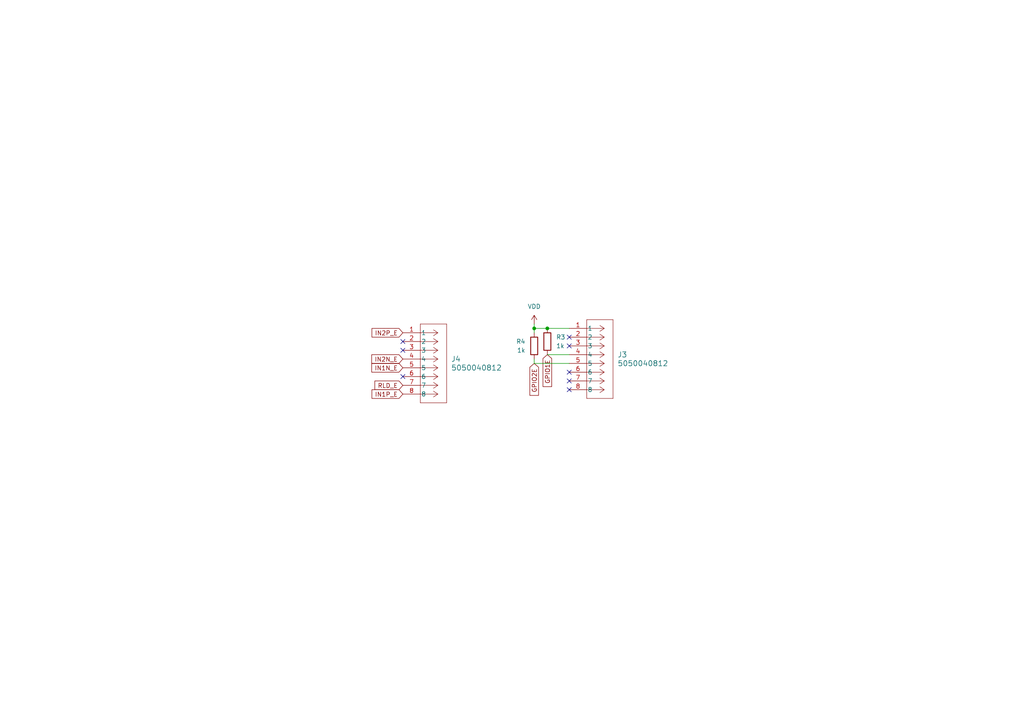
<source format=kicad_sch>
(kicad_sch (version 20231120) (generator "eeschema") (generator_version "8.0")
  (paper "A4")
  (lib_symbols
    (symbol "2024-10-14_19-37-08:5050040812" (pin_names (offset 0.254))
      (property "Reference" "J" (at 8.89 6.35 0))
      (property "Value" "5050040812" (at 0 0 0))
      (symbol "5050040812_1_1"
        (polyline (pts (xy 5.08 -20.32) (xy 12.7 -20.32)) (stroke (width 0.127)))
        (polyline (pts (xy 5.08 2.54) (xy 5.08 -20.32)) (stroke (width 0.127)))
        (polyline (pts (xy 10.16 -17.78) (xy 5.08 -17.78)) (stroke (width 0.127)))
        (polyline (pts (xy 10.16 -17.78) (xy 8.89 -18.6267)) (stroke (width 0.127)))
        (polyline (pts (xy 10.16 -17.78) (xy 8.89 -16.9333)) (stroke (width 0.127)))
        (polyline (pts (xy 10.16 -15.24) (xy 5.08 -15.24)) (stroke (width 0.127)))
        (polyline (pts (xy 10.16 -15.24) (xy 8.89 -16.0867)) (stroke (width 0.127)))
        (polyline (pts (xy 10.16 -15.24) (xy 8.89 -14.3933)) (stroke (width 0.127)))
        (polyline (pts (xy 10.16 -12.7) (xy 5.08 -12.7)) (stroke (width 0.127)))
        (polyline (pts (xy 10.16 -12.7) (xy 8.89 -13.5467)) (stroke (width 0.127)))
        (polyline (pts (xy 10.16 -12.7) (xy 8.89 -11.8533)) (stroke (width 0.127)))
        (polyline (pts (xy 10.16 -10.16) (xy 5.08 -10.16)) (stroke (width 0.127)))
        (polyline (pts (xy 10.16 -10.16) (xy 8.89 -11.0067)) (stroke (width 0.127)))
        (polyline (pts (xy 10.16 -10.16) (xy 8.89 -9.3133)) (stroke (width 0.127)))
        (polyline (pts (xy 10.16 -7.62) (xy 5.08 -7.62)) (stroke (width 0.127)))
        (polyline (pts (xy 10.16 -7.62) (xy 8.89 -8.4667)) (stroke (width 0.127)))
        (polyline (pts (xy 10.16 -7.62) (xy 8.89 -6.7733)) (stroke (width 0.127)))
        (polyline (pts (xy 10.16 -5.08) (xy 5.08 -5.08)) (stroke (width 0.127)))
        (polyline (pts (xy 10.16 -5.08) (xy 8.89 -5.9267)) (stroke (width 0.127)))
        (polyline (pts (xy 10.16 -5.08) (xy 8.89 -4.2333)) (stroke (width 0.127)))
        (polyline (pts (xy 10.16 -2.54) (xy 5.08 -2.54)) (stroke (width 0.127)))
        (polyline (pts (xy 10.16 -2.54) (xy 8.89 -3.3867)) (stroke (width 0.127)))
        (polyline (pts (xy 10.16 -2.54) (xy 8.89 -1.6933)) (stroke (width 0.127)))
        (polyline (pts (xy 10.16 0) (xy 5.08 0)) (stroke (width 0.127)))
        (polyline (pts (xy 10.16 0) (xy 8.89 -0.8467)) (stroke (width 0.127)))
        (polyline (pts (xy 10.16 0) (xy 8.89 0.8467)) (stroke (width 0.127)))
        (polyline (pts (xy 12.7 -20.32) (xy 12.7 2.54)) (stroke (width 0.127)))
        (polyline (pts (xy 12.7 2.54) (xy 5.08 2.54)) (stroke (width 0.127)))
        (pin unspecified line (at 0 0 0) (length 5.08) (name "1") (number "1"))
        (pin unspecified line (at 0 -2.54 0) (length 5.08) (name "2") (number "2"))
        (pin unspecified line (at 0 -5.08 0) (length 5.08) (name "3") (number "3"))
        (pin unspecified line (at 0 -7.62 0) (length 5.08) (name "4") (number "4"))
        (pin unspecified line (at 0 -10.16 0) (length 5.08) (name "5") (number "5"))
        (pin unspecified line (at 0 -12.7 0) (length 5.08) (name "6") (number "6"))
        (pin unspecified line (at 0 -15.24 0) (length 5.08) (name "7") (number "7"))
        (pin unspecified line (at 0 -17.78 0) (length 5.08) (name "8") (number "8"))
      )
      (symbol "5050040812_1_2"
        (polyline (pts (xy 5.08 -20.32) (xy 12.7 -20.32)) (stroke (width 0.127)))
        (polyline (pts (xy 5.08 2.54) (xy 5.08 -20.32)) (stroke (width 0.127)))
        (polyline (pts (xy 7.62 -17.78) (xy 5.08 -17.78)) (stroke (width 0.127)))
        (polyline (pts (xy 7.62 -17.78) (xy 8.89 -18.6267)) (stroke (width 0.127)))
        (polyline (pts (xy 7.62 -17.78) (xy 8.89 -16.9333)) (stroke (width 0.127)))
        (polyline (pts (xy 7.62 -15.24) (xy 5.08 -15.24)) (stroke (width 0.127)))
        (polyline (pts (xy 7.62 -15.24) (xy 8.89 -16.0867)) (stroke (width 0.127)))
        (polyline (pts (xy 7.62 -15.24) (xy 8.89 -14.3933)) (stroke (width 0.127)))
        (polyline (pts (xy 7.62 -12.7) (xy 5.08 -12.7)) (stroke (width 0.127)))
        (polyline (pts (xy 7.62 -12.7) (xy 8.89 -13.5467)) (stroke (width 0.127)))
        (polyline (pts (xy 7.62 -12.7) (xy 8.89 -11.8533)) (stroke (width 0.127)))
        (polyline (pts (xy 7.62 -10.16) (xy 5.08 -10.16)) (stroke (width 0.127)))
        (polyline (pts (xy 7.62 -10.16) (xy 8.89 -11.0067)) (stroke (width 0.127)))
        (polyline (pts (xy 7.62 -10.16) (xy 8.89 -9.3133)) (stroke (width 0.127)))
        (polyline (pts (xy 7.62 -7.62) (xy 5.08 -7.62)) (stroke (width 0.127)))
        (polyline (pts (xy 7.62 -7.62) (xy 8.89 -8.4667)) (stroke (width 0.127)))
        (polyline (pts (xy 7.62 -7.62) (xy 8.89 -6.7733)) (stroke (width 0.127)))
        (polyline (pts (xy 7.62 -5.08) (xy 5.08 -5.08)) (stroke (width 0.127)))
        (polyline (pts (xy 7.62 -5.08) (xy 8.89 -5.9267)) (stroke (width 0.127)))
        (polyline (pts (xy 7.62 -5.08) (xy 8.89 -4.2333)) (stroke (width 0.127)))
        (polyline (pts (xy 7.62 -2.54) (xy 5.08 -2.54)) (stroke (width 0.127)))
        (polyline (pts (xy 7.62 -2.54) (xy 8.89 -3.3867)) (stroke (width 0.127)))
        (polyline (pts (xy 7.62 -2.54) (xy 8.89 -1.6933)) (stroke (width 0.127)))
        (polyline (pts (xy 7.62 0) (xy 5.08 0)) (stroke (width 0.127)))
        (polyline (pts (xy 7.62 0) (xy 8.89 -0.8467)) (stroke (width 0.127)))
        (polyline (pts (xy 7.62 0) (xy 8.89 0.8467)) (stroke (width 0.127)))
        (polyline (pts (xy 12.7 -20.32) (xy 12.7 2.54)) (stroke (width 0.127)))
        (polyline (pts (xy 12.7 2.54) (xy 5.08 2.54)) (stroke (width 0.127)))
        (pin unspecified line (at 0 0 0) (length 5.08) (name "1") (number "1"))
        (pin unspecified line (at 0 -2.54 0) (length 5.08) (name "2") (number "2"))
        (pin unspecified line (at 0 -5.08 0) (length 5.08) (name "3") (number "3"))
        (pin unspecified line (at 0 -7.62 0) (length 5.08) (name "4") (number "4"))
        (pin unspecified line (at 0 -10.16 0) (length 5.08) (name "5") (number "5"))
        (pin unspecified line (at 0 -12.7 0) (length 5.08) (name "6") (number "6"))
        (pin unspecified line (at 0 -15.24 0) (length 5.08) (name "7") (number "7"))
        (pin unspecified line (at 0 -17.78 0) (length 5.08) (name "8") (number "8"))
      )
    )
    (symbol "Device:R" (pin_numbers hide) (pin_names (offset 0))
      (property "Reference" "R" (at 2.032 0 90))
      (property "Value" "R" (at 0 0 90))
      (symbol "R_0_1"
        (rectangle (start -1.016 -2.54) (end 1.016 2.54) (stroke (width 0.254)))
      )
      (symbol "R_1_1"
        (pin passive line (at 0 3.81 270) (length 1.27) (name "~") (number "1"))
        (pin passive line (at 0 -3.81 90) (length 1.27) (name "~") (number "2"))
      )
    )
    (symbol "power:VDD" (power) (pin_numbers hide) (pin_names (offset 0) hide)
      (property "Value" "VDD" (at 0 3.556 0))
      (symbol "VDD_0_1"
        (polyline (pts (xy -0.762 1.27) (xy 0 2.54)))
        (polyline (pts (xy 0 0) (xy 0 2.54)))
        (polyline (pts (xy 0 2.54) (xy 0.762 1.27)))
      )
      (symbol "VDD_1_1"
        (pin power_in line (at 0 0 90) (length 0) (name "~") (number "1"))
      )
    )
  )
  (junction (at 154.94 95.25))
  (junction (at 158.75 95.25))
  (no_connect (at 165.1 113.03))
  (no_connect (at 116.84 101.6))
  (no_connect (at 165.1 97.79))
  (no_connect (at 165.1 110.49))
  (no_connect (at 165.1 107.95))
  (no_connect (at 116.84 99.06))
  (no_connect (at 116.84 109.22))
  (no_connect (at 165.1 100.33))
  (wire (pts (xy 154.94 95.25) (xy 158.75 95.25)))
  (wire (pts (xy 154.94 104.14) (xy 154.94 105.41)))
  (wire (pts (xy 154.94 105.41) (xy 165.1 105.41)))
  (wire (pts (xy 158.75 102.87) (xy 165.1 102.87)))
  (wire (pts (xy 154.94 93.98) (xy 154.94 95.25)))
  (wire (pts (xy 154.94 95.25) (xy 154.94 96.52)))
  (wire (pts (xy 158.75 95.25) (xy 165.1 95.25)))
  (global_label "IN2N_E" (shape input) (at 116.84 104.14 180) (property "Intersheetrefs" "${INTERSHEET_REFS}" (effects (hide yes))))
  (global_label "IN1N_E" (shape input) (at 116.84 106.68 180) (property "Intersheetrefs" "${INTERSHEET_REFS}" (effects (hide yes))))
  (global_label "IN1P_E" (shape input) (at 116.84 114.3 180) (property "Intersheetrefs" "${INTERSHEET_REFS}" (effects (hide yes))))
  (global_label "GPIO1E" (shape input) (at 158.75 102.87 270) (property "Intersheetrefs" "${INTERSHEET_REFS}" (effects (hide yes))))
  (global_label "IN2P_E" (shape input) (at 116.84 96.52 180) (property "Intersheetrefs" "${INTERSHEET_REFS}" (effects (hide yes))))
  (global_label "GPIO2E" (shape input) (at 154.94 105.41 270) (property "Intersheetrefs" "${INTERSHEET_REFS}" (effects (hide yes))))
  (global_label "RLD_E" (shape input) (at 116.84 111.76 180) (property "Intersheetrefs" "${INTERSHEET_REFS}" (effects (hide yes))))
  (symbol (lib_id "Device:R") (at 158.75 99.06 0) (unit 1)
    (property "Reference" "R3" (at 161.29 97.7899 0) (effects (justify left)))
    (property "Value" "1k" (at 161.29 100.3299 0) (effects (justify left)))
    (property "Footprint" "Capacitor_SMD:C_0805_2012Metric" (effects (hide yes)))
    (property "Description" "Resistor" (effects (hide yes)))
  )
  (symbol (lib_id "power:VDD") (at 154.94 93.98 0) (unit 1)
    (property "Reference" "#PWR05" (effects (hide yes)))
    (property "Value" "VDD" (at 154.94 88.9 0))
    (property "Description" "Power symbol creates a global label with name \"VDD\"" (effects (hide yes)))
  )
  (symbol (lib_id "Device:R") (at 154.94 100.33 0) (mirror x) (unit 1)
    (property "Reference" "R4" (at 152.4 99.0599 0) (effects (justify right)))
    (property "Value" "1k" (at 152.4 101.5999 0) (effects (justify right)))
    (property "Footprint" "Capacitor_SMD:C_0805_2012Metric" (effects (hide yes)))
    (property "Description" "Resistor" (effects (hide yes)))
  )
  (symbol (lib_id "2024-10-14_19-37-08:5050040812") (at 165.1 95.25 0) (unit 1)
    (property "Reference" "J3" (at 179.07 102.8699 0) (effects (font (size 1.524 1.524)) (justify left)))
    (property "Value" "5050040812" (at 179.07 105.4099 0) (effects (font (size 1.524 1.524)) (justify left)))
    (property "Footprint" "SEMG:CONN8_505004-0812_MOL" (effects (hide yes)))
    (property "Datasheet" "5050040812" (effects (hide yes)))
  )
  (symbol (lib_id "2024-10-14_19-37-08:5050040812") (at 116.84 96.52 0) (unit 1)
    (property "Reference" "J4" (at 130.81 104.1399 0) (effects (font (size 1.524 1.524)) (justify left)))
    (property "Value" "5050040812" (at 130.81 106.6799 0) (effects (font (size 1.524 1.524)) (justify left)))
    (property "Footprint" "SEMG:CONN8_505004-0812_MOL" (effects (hide yes)))
    (property "Datasheet" "5050040812" (effects (hide yes)))
  )
)
</source>
